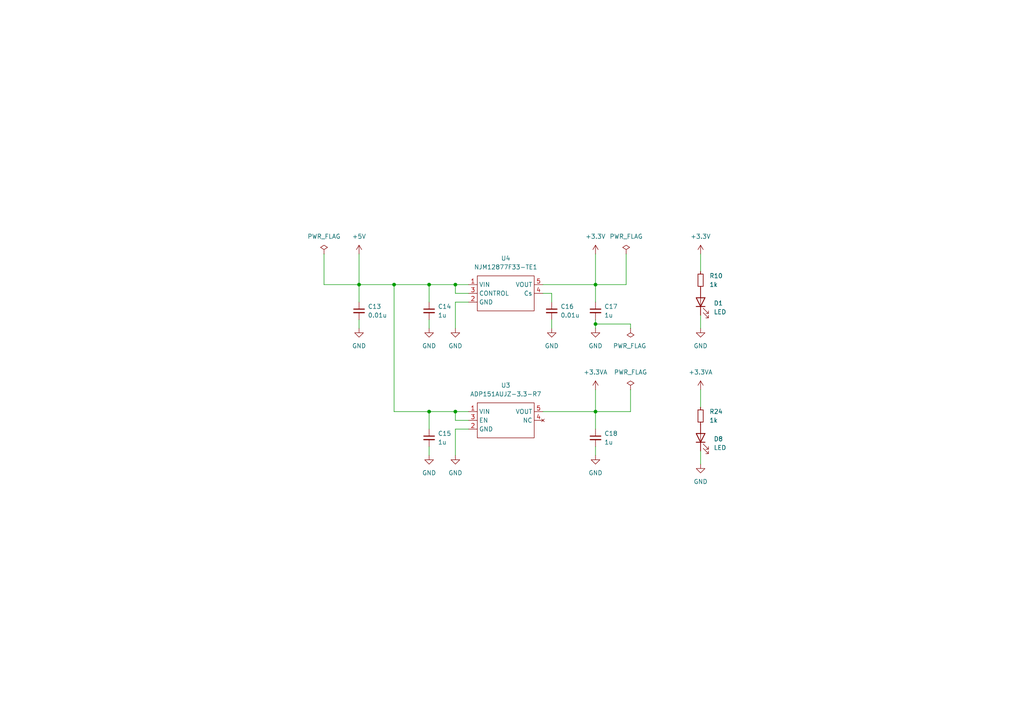
<source format=kicad_sch>
(kicad_sch (version 20231120) (generator "eeschema") (generator_version "8.0")
  (paper "A4")
  (lib_symbols
    (symbol "Device:C_Small" (pin_numbers hide) (pin_names (offset 0.254) hide)
      (property "Reference" "C" (at 0.254 1.778 0))
      (property "Value" "C_Small" (at 0.254 -2.032 0))
      (symbol "C_Small_0_1"
        (polyline (pts (xy -1.524 -0.508) (xy 1.524 -0.508)) (stroke (width 0.3302)))
        (polyline (pts (xy -1.524 0.508) (xy 1.524 0.508)) (stroke (width 0.3048)))
      )
      (symbol "C_Small_1_1"
        (pin passive line (at 0 2.54 270) (length 2.032) (name "~") (number "1"))
        (pin passive line (at 0 -2.54 90) (length 2.032) (name "~") (number "2"))
      )
    )
    (symbol "Device:LED" (pin_numbers hide) (pin_names (offset 1.016) hide)
      (property "Reference" "D" (at 0 2.54 0))
      (property "Value" "LED" (at 0 -2.54 0))
      (symbol "LED_0_1"
        (polyline (pts (xy -1.27 -1.27) (xy -1.27 1.27)) (stroke (width 0.254)))
        (polyline (pts (xy -1.27 0) (xy 1.27 0)))
        (polyline (pts (xy 1.27 -1.27) (xy 1.27 1.27) (xy -1.27 0) (xy 1.27 -1.27)) (stroke (width 0.254)))
        (polyline (pts (xy -3.048 -0.762) (xy -4.572 -2.286) (xy -3.81 -2.286) (xy -4.572 -2.286) (xy -4.572 -1.524)))
        (polyline (pts (xy -1.778 -0.762) (xy -3.302 -2.286) (xy -2.54 -2.286) (xy -3.302 -2.286) (xy -3.302 -1.524)))
      )
      (symbol "LED_1_1"
        (pin passive line (at -3.81 0 0) (length 2.54) (name "K") (number "1"))
        (pin passive line (at 3.81 0 180) (length 2.54) (name "A") (number "2"))
      )
    )
    (symbol "Device:R_Small" (pin_numbers hide) (pin_names (offset 0.254) hide)
      (property "Reference" "R" (at 0.762 0.508 0))
      (property "Value" "R_Small" (at 0.762 -1.016 0))
      (symbol "R_Small_0_1"
        (rectangle (start -0.762 1.778) (end 0.762 -1.778) (stroke (width 0.2032)))
      )
      (symbol "R_Small_1_1"
        (pin passive line (at 0 2.54 270) (length 0.762) (name "~") (number "1"))
        (pin passive line (at 0 -2.54 90) (length 0.762) (name "~") (number "2"))
      )
    )
    (symbol "bldc_lib:ADP151AUJZ-3.3-R7"
      (property "Reference" "U" (at 0 2.54 0))
      (property "Value" "ADP151AUJZ-3.3-R7" (at 0 0 0))
      (symbol "ADP151AUJZ-3.3-R7_0_1"
        (rectangle (start -7.62 -2.54) (end 8.89 -12.7))
      )
      (symbol "ADP151AUJZ-3.3-R7_1_1"
        (pin input line (at -10.16 -5.08 0) (length 2.54) (name "VIN") (number "1"))
        (pin input line (at -10.16 -10.16 0) (length 2.54) (name "GND") (number "2"))
        (pin input line (at -10.16 -7.62 0) (length 2.54) (name "EN") (number "3"))
        (pin no_connect line (at 11.43 -7.62 180) (length 2.54) (name "NC") (number "4"))
        (pin input line (at 11.43 -5.08 180) (length 2.54) (name "VOUT") (number "5"))
      )
    )
    (symbol "bldc_lib:NJM12877F33-TE1"
      (property "Reference" "U" (at 0 2.54 0))
      (property "Value" "NJM12877F33-TE1" (at 0 0 0))
      (symbol "NJM12877F33-TE1_0_1"
        (rectangle (start -8.89 -2.54) (end 7.62 -12.7))
      )
      (symbol "NJM12877F33-TE1_1_1"
        (pin input line (at -11.43 -5.08 0) (length 2.54) (name "VIN") (number "1"))
        (pin input line (at -11.43 -10.16 0) (length 2.54) (name "GND") (number "2"))
        (pin input line (at -11.43 -7.62 0) (length 2.54) (name "CONTROL") (number "3"))
        (pin input line (at 10.16 -7.62 180) (length 2.54) (name "Cs") (number "4"))
        (pin input line (at 10.16 -5.08 180) (length 2.54) (name "VOUT") (number "5"))
      )
    )
    (symbol "power:+3.3V" (power) (pin_names (offset 0))
      (property "Value" "+3.3V" (at 0 3.556 0))
      (symbol "+3.3V_0_1"
        (polyline (pts (xy -0.762 1.27) (xy 0 2.54)))
        (polyline (pts (xy 0 0) (xy 0 2.54)))
        (polyline (pts (xy 0 2.54) (xy 0.762 1.27)))
      )
      (symbol "+3.3V_1_1"
        (pin power_in line (at 0 0 90) (length 0) hide (name "+3.3V") (number "1"))
      )
    )
    (symbol "power:+3.3VA" (power) (pin_names (offset 0))
      (property "Value" "+3.3VA" (at 0 3.556 0))
      (symbol "+3.3VA_0_1"
        (polyline (pts (xy -0.762 1.27) (xy 0 2.54)))
        (polyline (pts (xy 0 0) (xy 0 2.54)))
        (polyline (pts (xy 0 2.54) (xy 0.762 1.27)))
      )
      (symbol "+3.3VA_1_1"
        (pin power_in line (at 0 0 90) (length 0) hide (name "+3.3VA") (number "1"))
      )
    )
    (symbol "power:+5V" (power) (pin_names (offset 0))
      (property "Value" "+5V" (at 0 3.556 0))
      (symbol "+5V_0_1"
        (polyline (pts (xy -0.762 1.27) (xy 0 2.54)))
        (polyline (pts (xy 0 0) (xy 0 2.54)))
        (polyline (pts (xy 0 2.54) (xy 0.762 1.27)))
      )
      (symbol "+5V_1_1"
        (pin power_in line (at 0 0 90) (length 0) hide (name "+5V") (number "1"))
      )
    )
    (symbol "power:GND" (power) (pin_names (offset 0))
      (property "Value" "GND" (at 0 -3.81 0))
      (symbol "GND_0_1"
        (polyline (pts (xy 0 0) (xy 0 -1.27) (xy 1.27 -1.27) (xy 0 -2.54) (xy -1.27 -1.27) (xy 0 -1.27)))
      )
      (symbol "GND_1_1"
        (pin power_in line (at 0 0 270) (length 0) hide (name "GND") (number "1"))
      )
    )
    (symbol "power:PWR_FLAG" (power) (pin_numbers hide) (pin_names (offset 0) hide)
      (property "Value" "PWR_FLAG" (at 0 3.81 0))
      (symbol "PWR_FLAG_0_0"
        (pin power_out line (at 0 0 90) (length 0) (name "pwr") (number "1"))
      )
      (symbol "PWR_FLAG_0_1"
        (polyline (pts (xy 0 0) (xy 0 1.27) (xy -1.016 1.905) (xy 0 2.54) (xy 1.016 1.905) (xy 0 1.27)))
      )
    )
  )
  (junction (at 124.46 82.55))
  (junction (at 172.72 119.38))
  (junction (at 172.72 93.98))
  (junction (at 114.3 82.55))
  (junction (at 132.08 119.38))
  (junction (at 124.46 119.38))
  (junction (at 104.14 82.55))
  (junction (at 132.08 82.55))
  (junction (at 172.72 82.55))
  (wire (pts (xy 172.72 119.38) (xy 172.72 124.46)))
  (wire (pts (xy 124.46 129.54) (xy 124.46 132.08)))
  (wire (pts (xy 104.14 73.66) (xy 104.14 82.55)))
  (wire (pts (xy 124.46 119.38) (xy 114.3 119.38)))
  (wire (pts (xy 160.02 87.63) (xy 160.02 85.09)))
  (wire (pts (xy 182.88 93.98) (xy 172.72 93.98)))
  (wire (pts (xy 135.89 85.09) (xy 132.08 85.09)))
  (wire (pts (xy 132.08 132.08) (xy 132.08 124.46)))
  (wire (pts (xy 132.08 124.46) (xy 135.89 124.46)))
  (wire (pts (xy 132.08 119.38) (xy 124.46 119.38)))
  (wire (pts (xy 203.2 91.44) (xy 203.2 95.25)))
  (wire (pts (xy 182.88 119.38) (xy 172.72 119.38)))
  (wire (pts (xy 124.46 92.71) (xy 124.46 95.25)))
  (wire (pts (xy 172.72 82.55) (xy 172.72 87.63)))
  (wire (pts (xy 135.89 121.92) (xy 132.08 121.92)))
  (wire (pts (xy 124.46 82.55) (xy 124.46 87.63)))
  (wire (pts (xy 160.02 85.09) (xy 157.48 85.09)))
  (wire (pts (xy 182.88 113.03) (xy 182.88 119.38)))
  (wire (pts (xy 172.72 93.98) (xy 172.72 95.25)))
  (wire (pts (xy 172.72 92.71) (xy 172.72 93.98)))
  (wire (pts (xy 124.46 119.38) (xy 124.46 124.46)))
  (wire (pts (xy 181.61 82.55) (xy 172.72 82.55)))
  (wire (pts (xy 114.3 82.55) (xy 124.46 82.55)))
  (wire (pts (xy 104.14 82.55) (xy 104.14 87.63)))
  (wire (pts (xy 132.08 121.92) (xy 132.08 119.38)))
  (wire (pts (xy 132.08 85.09) (xy 132.08 82.55)))
  (wire (pts (xy 135.89 87.63) (xy 132.08 87.63)))
  (wire (pts (xy 93.98 73.66) (xy 93.98 82.55)))
  (wire (pts (xy 135.89 119.38) (xy 132.08 119.38)))
  (wire (pts (xy 93.98 82.55) (xy 104.14 82.55)))
  (wire (pts (xy 203.2 113.03) (xy 203.2 118.11)))
  (wire (pts (xy 157.48 119.38) (xy 172.72 119.38)))
  (wire (pts (xy 132.08 82.55) (xy 135.89 82.55)))
  (wire (pts (xy 203.2 73.66) (xy 203.2 78.74)))
  (wire (pts (xy 157.48 82.55) (xy 172.72 82.55)))
  (wire (pts (xy 124.46 82.55) (xy 132.08 82.55)))
  (wire (pts (xy 160.02 92.71) (xy 160.02 95.25)))
  (wire (pts (xy 181.61 73.66) (xy 181.61 82.55)))
  (wire (pts (xy 104.14 82.55) (xy 114.3 82.55)))
  (wire (pts (xy 114.3 119.38) (xy 114.3 82.55)))
  (wire (pts (xy 132.08 87.63) (xy 132.08 95.25)))
  (wire (pts (xy 172.72 129.54) (xy 172.72 132.08)))
  (wire (pts (xy 203.2 130.81) (xy 203.2 134.62)))
  (wire (pts (xy 172.72 82.55) (xy 172.72 73.66)))
  (wire (pts (xy 104.14 92.71) (xy 104.14 95.25)))
  (wire (pts (xy 172.72 113.03) (xy 172.72 119.38)))
  (wire (pts (xy 182.88 95.25) (xy 182.88 93.98)))
  (symbol (lib_id "power:GND") (at 132.08 132.08 0) (unit 1)
    (property "Reference" "#PWR031" (effects (hide yes)))
    (property "Value" "GND" (at 132.08 137.16 0))
  )
  (symbol (lib_id "power:GND") (at 124.46 95.25 0) (unit 1)
    (property "Reference" "#PWR028" (effects (hide yes)))
    (property "Value" "GND" (at 124.46 100.33 0))
  )
  (symbol (lib_id "power:+3.3VA") (at 203.2 113.03 0) (unit 1)
    (property "Reference" "#PWR075" (effects (hide yes)))
    (property "Value" "+3.3VA" (at 203.2 107.95 0))
  )
  (symbol (lib_id "power:GND") (at 203.2 134.62 0) (unit 1)
    (property "Reference" "#PWR077" (effects (hide yes)))
    (property "Value" "GND" (at 203.2 139.7 0))
  )
  (symbol (lib_id "Device:C_Small") (at 160.02 90.17 0) (unit 1)
    (property "Reference" "C16" (at 162.56 88.9062 0) (effects (justify left)))
    (property "Value" "0.01u" (at 162.56 91.4462 0) (effects (justify left)))
    (property "Footprint" "Capacitor_SMD:C_0603_1608Metric_Pad1.08x0.95mm_HandSolder" (effects (hide yes)))
  )
  (symbol (lib_id "power:GND") (at 160.02 95.25 0) (unit 1)
    (property "Reference" "#PWR032" (effects (hide yes)))
    (property "Value" "GND" (at 160.02 100.33 0))
  )
  (symbol (lib_id "power:+3.3VA") (at 172.72 113.03 0) (unit 1)
    (property "Reference" "#PWR035" (effects (hide yes)))
    (property "Value" "+3.3VA" (at 172.72 107.95 0))
  )
  (symbol (lib_id "power:GND") (at 132.08 95.25 0) (unit 1)
    (property "Reference" "#PWR030" (effects (hide yes)))
    (property "Value" "GND" (at 132.08 100.33 0))
  )
  (symbol (lib_id "power:PWR_FLAG") (at 182.88 113.03 0) (unit 1)
    (property "Reference" "#FLG04" (effects (hide yes)))
    (property "Value" "PWR_FLAG" (at 182.88 107.95 0))
  )
  (symbol (lib_id "power:GND") (at 172.72 95.25 0) (unit 1)
    (property "Reference" "#PWR034" (effects (hide yes)))
    (property "Value" "GND" (at 172.72 100.33 0))
  )
  (symbol (lib_id "Device:C_Small") (at 172.72 127 0) (unit 1)
    (property "Reference" "C18" (at 175.26 125.7362 0) (effects (justify left)))
    (property "Value" "1u" (at 175.26 128.2762 0) (effects (justify left)))
    (property "Footprint" "Capacitor_SMD:C_0603_1608Metric_Pad1.08x0.95mm_HandSolder" (effects (hide yes)))
  )
  (symbol (lib_id "Device:LED") (at 203.2 87.63 90) (unit 1)
    (property "Reference" "D1" (at 207.01 87.9474 90) (effects (justify right)))
    (property "Value" "LED" (at 207.01 90.4874 90) (effects (justify right)))
    (property "Footprint" "LED_SMD:LED_0603_1608Metric" (effects (hide yes)))
  )
  (symbol (lib_id "bldc_lib:NJM12877F33-TE1") (at 147.32 77.47 0) (unit 1)
    (property "Reference" "U4" (at 146.685 74.93 0))
    (property "Value" "NJM12877F33-TE1" (at 146.685 77.47 0))
    (property "Footprint" "Package_TO_SOT_SMD:SOT-23-5_HandSoldering" (effects (hide yes)))
  )
  (symbol (lib_id "Device:C_Small") (at 104.14 90.17 0) (unit 1)
    (property "Reference" "C13" (at 106.68 88.9062 0) (effects (justify left)))
    (property "Value" "0.01u" (at 106.68 91.4462 0) (effects (justify left)))
    (property "Footprint" "Capacitor_SMD:C_0603_1608Metric_Pad1.08x0.95mm_HandSolder" (effects (hide yes)))
  )
  (symbol (lib_id "power:GND") (at 124.46 132.08 0) (unit 1)
    (property "Reference" "#PWR029" (effects (hide yes)))
    (property "Value" "GND" (at 124.46 137.16 0))
  )
  (symbol (lib_id "Device:C_Small") (at 172.72 90.17 0) (unit 1)
    (property "Reference" "C17" (at 175.26 88.9062 0) (effects (justify left)))
    (property "Value" "1u" (at 175.26 91.4462 0) (effects (justify left)))
    (property "Footprint" "Capacitor_SMD:C_0603_1608Metric_Pad1.08x0.95mm_HandSolder" (effects (hide yes)))
  )
  (symbol (lib_id "power:PWR_FLAG") (at 93.98 73.66 0) (unit 1)
    (property "Reference" "#FLG01" (effects (hide yes)))
    (property "Value" "PWR_FLAG" (at 93.98 68.58 0))
  )
  (symbol (lib_id "power:+3.3V") (at 203.2 73.66 0) (unit 1)
    (property "Reference" "#PWR037" (effects (hide yes)))
    (property "Value" "+3.3V" (at 203.2 68.58 0))
  )
  (symbol (lib_id "power:GND") (at 172.72 132.08 0) (unit 1)
    (property "Reference" "#PWR036" (effects (hide yes)))
    (property "Value" "GND" (at 172.72 137.16 0))
  )
  (symbol (lib_id "bldc_lib:ADP151AUJZ-3.3-R7") (at 146.05 114.3 0) (unit 1)
    (property "Reference" "U3" (at 146.685 111.76 0))
    (property "Value" "ADP151AUJZ-3.3-R7" (at 146.685 114.3 0))
    (property "Footprint" "Package_TO_SOT_SMD:SOT-23-5_HandSoldering" (effects (hide yes)))
  )
  (symbol (lib_id "power:+3.3V") (at 172.72 73.66 0) (unit 1)
    (property "Reference" "#PWR033" (effects (hide yes)))
    (property "Value" "+3.3V" (at 172.72 68.58 0))
  )
  (symbol (lib_id "power:PWR_FLAG") (at 181.61 73.66 0) (unit 1)
    (property "Reference" "#FLG02" (effects (hide yes)))
    (property "Value" "PWR_FLAG" (at 181.61 68.58 0))
  )
  (symbol (lib_id "power:PWR_FLAG") (at 182.88 95.25 180) (unit 1)
    (property "Reference" "#FLG03" (effects (hide yes)))
    (property "Value" "PWR_FLAG" (at 177.8 100.33 0) (effects (justify right)))
  )
  (symbol (lib_id "power:GND") (at 203.2 95.25 0) (unit 1)
    (property "Reference" "#PWR038" (effects (hide yes)))
    (property "Value" "GND" (at 203.2 100.33 0))
  )
  (symbol (lib_id "Device:LED") (at 203.2 127 90) (unit 1)
    (property "Reference" "D8" (at 207.01 127.3174 90) (effects (justify right)))
    (property "Value" "LED" (at 207.01 129.8574 90) (effects (justify right)))
    (property "Footprint" "LED_SMD:LED_0603_1608Metric" (effects (hide yes)))
  )
  (symbol (lib_id "power:+5V") (at 104.14 73.66 0) (unit 1)
    (property "Reference" "#PWR026" (effects (hide yes)))
    (property "Value" "+5V" (at 104.14 68.58 0))
  )
  (symbol (lib_id "power:GND") (at 104.14 95.25 0) (unit 1)
    (property "Reference" "#PWR027" (effects (hide yes)))
    (property "Value" "GND" (at 104.14 100.33 0))
  )
  (symbol (lib_id "Device:R_Small") (at 203.2 120.65 0) (unit 1)
    (property "Reference" "R24" (at 205.74 119.3799 0) (effects (justify left)))
    (property "Value" "1k" (at 205.74 121.9199 0) (effects (justify left)))
    (property "Footprint" "Resistor_SMD:R_0603_1608Metric_Pad0.98x0.95mm_HandSolder" (effects (hide yes)))
  )
  (symbol (lib_id "Device:R_Small") (at 203.2 81.28 0) (unit 1)
    (property "Reference" "R10" (at 205.74 80.0099 0) (effects (justify left)))
    (property "Value" "1k" (at 205.74 82.5499 0) (effects (justify left)))
    (property "Footprint" "Resistor_SMD:R_0603_1608Metric_Pad0.98x0.95mm_HandSolder" (effects (hide yes)))
  )
  (symbol (lib_id "Device:C_Small") (at 124.46 127 0) (unit 1)
    (property "Reference" "C15" (at 127 125.7362 0) (effects (justify left)))
    (property "Value" "1u" (at 127 128.2762 0) (effects (justify left)))
    (property "Footprint" "Capacitor_SMD:C_0603_1608Metric_Pad1.08x0.95mm_HandSolder" (effects (hide yes)))
  )
  (symbol (lib_id "Device:C_Small") (at 124.46 90.17 0) (unit 1)
    (property "Reference" "C14" (at 127 88.9062 0) (effects (justify left)))
    (property "Value" "1u" (at 127 91.4462 0) (effects (justify left)))
    (property "Footprint" "Capacitor_SMD:C_0603_1608Metric_Pad1.08x0.95mm_HandSolder" (effects (hide yes)))
  )
)
</source>
